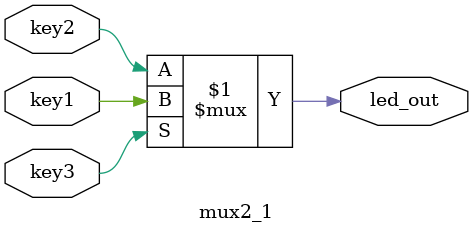
<source format=v>
module mux2_1(input key1,input key2,input key3,output led_out);
assign led_out=key3?key1:key2;

endmodule
</source>
